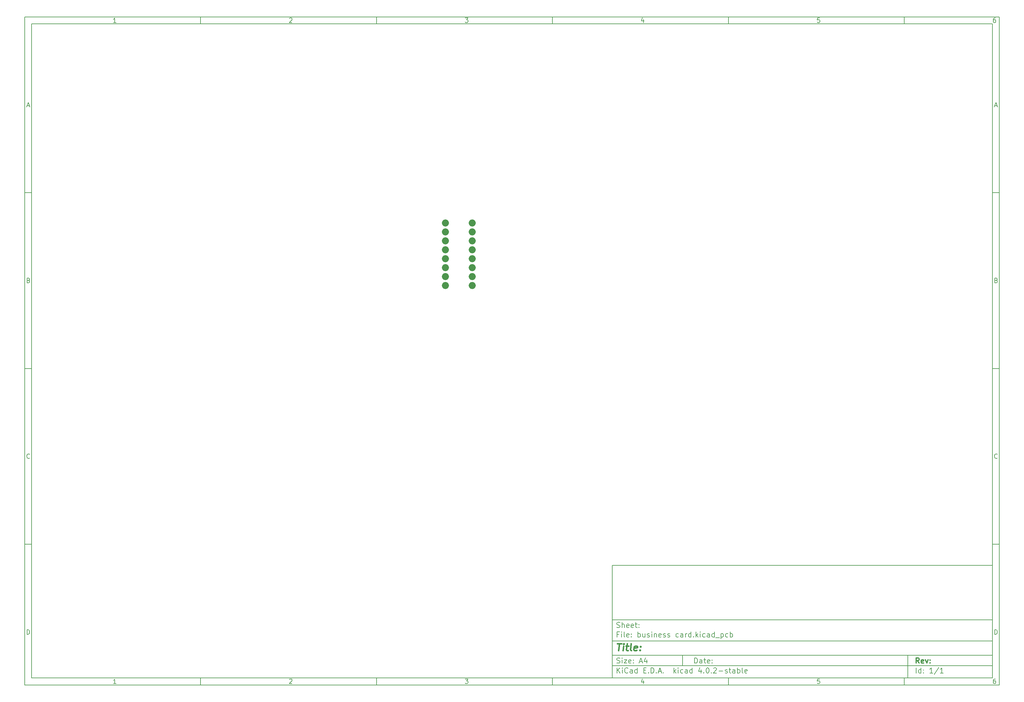
<source format=gbr>
G04 #@! TF.FileFunction,Soldermask,Top*
%FSLAX46Y46*%
G04 Gerber Fmt 4.6, Leading zero omitted, Abs format (unit mm)*
G04 Created by KiCad (PCBNEW 4.0.2-stable) date Sunday, October 30, 2016 'PMt' 03:56:09 PM*
%MOMM*%
G01*
G04 APERTURE LIST*
%ADD10C,0.100000*%
%ADD11C,0.150000*%
%ADD12C,0.300000*%
%ADD13C,0.400000*%
%ADD14O,2.000000X2.000000*%
G04 APERTURE END LIST*
D10*
D11*
X177002200Y-166007200D02*
X177002200Y-198007200D01*
X285002200Y-198007200D01*
X285002200Y-166007200D01*
X177002200Y-166007200D01*
D10*
D11*
X10000000Y-10000000D02*
X10000000Y-200007200D01*
X287002200Y-200007200D01*
X287002200Y-10000000D01*
X10000000Y-10000000D01*
D10*
D11*
X12000000Y-12000000D02*
X12000000Y-198007200D01*
X285002200Y-198007200D01*
X285002200Y-12000000D01*
X12000000Y-12000000D01*
D10*
D11*
X60000000Y-12000000D02*
X60000000Y-10000000D01*
D10*
D11*
X110000000Y-12000000D02*
X110000000Y-10000000D01*
D10*
D11*
X160000000Y-12000000D02*
X160000000Y-10000000D01*
D10*
D11*
X210000000Y-12000000D02*
X210000000Y-10000000D01*
D10*
D11*
X260000000Y-12000000D02*
X260000000Y-10000000D01*
D10*
D11*
X35990476Y-11588095D02*
X35247619Y-11588095D01*
X35619048Y-11588095D02*
X35619048Y-10288095D01*
X35495238Y-10473810D01*
X35371429Y-10597619D01*
X35247619Y-10659524D01*
D10*
D11*
X85247619Y-10411905D02*
X85309524Y-10350000D01*
X85433333Y-10288095D01*
X85742857Y-10288095D01*
X85866667Y-10350000D01*
X85928571Y-10411905D01*
X85990476Y-10535714D01*
X85990476Y-10659524D01*
X85928571Y-10845238D01*
X85185714Y-11588095D01*
X85990476Y-11588095D01*
D10*
D11*
X135185714Y-10288095D02*
X135990476Y-10288095D01*
X135557143Y-10783333D01*
X135742857Y-10783333D01*
X135866667Y-10845238D01*
X135928571Y-10907143D01*
X135990476Y-11030952D01*
X135990476Y-11340476D01*
X135928571Y-11464286D01*
X135866667Y-11526190D01*
X135742857Y-11588095D01*
X135371429Y-11588095D01*
X135247619Y-11526190D01*
X135185714Y-11464286D01*
D10*
D11*
X185866667Y-10721429D02*
X185866667Y-11588095D01*
X185557143Y-10226190D02*
X185247619Y-11154762D01*
X186052381Y-11154762D01*
D10*
D11*
X235928571Y-10288095D02*
X235309524Y-10288095D01*
X235247619Y-10907143D01*
X235309524Y-10845238D01*
X235433333Y-10783333D01*
X235742857Y-10783333D01*
X235866667Y-10845238D01*
X235928571Y-10907143D01*
X235990476Y-11030952D01*
X235990476Y-11340476D01*
X235928571Y-11464286D01*
X235866667Y-11526190D01*
X235742857Y-11588095D01*
X235433333Y-11588095D01*
X235309524Y-11526190D01*
X235247619Y-11464286D01*
D10*
D11*
X285866667Y-10288095D02*
X285619048Y-10288095D01*
X285495238Y-10350000D01*
X285433333Y-10411905D01*
X285309524Y-10597619D01*
X285247619Y-10845238D01*
X285247619Y-11340476D01*
X285309524Y-11464286D01*
X285371429Y-11526190D01*
X285495238Y-11588095D01*
X285742857Y-11588095D01*
X285866667Y-11526190D01*
X285928571Y-11464286D01*
X285990476Y-11340476D01*
X285990476Y-11030952D01*
X285928571Y-10907143D01*
X285866667Y-10845238D01*
X285742857Y-10783333D01*
X285495238Y-10783333D01*
X285371429Y-10845238D01*
X285309524Y-10907143D01*
X285247619Y-11030952D01*
D10*
D11*
X60000000Y-198007200D02*
X60000000Y-200007200D01*
D10*
D11*
X110000000Y-198007200D02*
X110000000Y-200007200D01*
D10*
D11*
X160000000Y-198007200D02*
X160000000Y-200007200D01*
D10*
D11*
X210000000Y-198007200D02*
X210000000Y-200007200D01*
D10*
D11*
X260000000Y-198007200D02*
X260000000Y-200007200D01*
D10*
D11*
X35990476Y-199595295D02*
X35247619Y-199595295D01*
X35619048Y-199595295D02*
X35619048Y-198295295D01*
X35495238Y-198481010D01*
X35371429Y-198604819D01*
X35247619Y-198666724D01*
D10*
D11*
X85247619Y-198419105D02*
X85309524Y-198357200D01*
X85433333Y-198295295D01*
X85742857Y-198295295D01*
X85866667Y-198357200D01*
X85928571Y-198419105D01*
X85990476Y-198542914D01*
X85990476Y-198666724D01*
X85928571Y-198852438D01*
X85185714Y-199595295D01*
X85990476Y-199595295D01*
D10*
D11*
X135185714Y-198295295D02*
X135990476Y-198295295D01*
X135557143Y-198790533D01*
X135742857Y-198790533D01*
X135866667Y-198852438D01*
X135928571Y-198914343D01*
X135990476Y-199038152D01*
X135990476Y-199347676D01*
X135928571Y-199471486D01*
X135866667Y-199533390D01*
X135742857Y-199595295D01*
X135371429Y-199595295D01*
X135247619Y-199533390D01*
X135185714Y-199471486D01*
D10*
D11*
X185866667Y-198728629D02*
X185866667Y-199595295D01*
X185557143Y-198233390D02*
X185247619Y-199161962D01*
X186052381Y-199161962D01*
D10*
D11*
X235928571Y-198295295D02*
X235309524Y-198295295D01*
X235247619Y-198914343D01*
X235309524Y-198852438D01*
X235433333Y-198790533D01*
X235742857Y-198790533D01*
X235866667Y-198852438D01*
X235928571Y-198914343D01*
X235990476Y-199038152D01*
X235990476Y-199347676D01*
X235928571Y-199471486D01*
X235866667Y-199533390D01*
X235742857Y-199595295D01*
X235433333Y-199595295D01*
X235309524Y-199533390D01*
X235247619Y-199471486D01*
D10*
D11*
X285866667Y-198295295D02*
X285619048Y-198295295D01*
X285495238Y-198357200D01*
X285433333Y-198419105D01*
X285309524Y-198604819D01*
X285247619Y-198852438D01*
X285247619Y-199347676D01*
X285309524Y-199471486D01*
X285371429Y-199533390D01*
X285495238Y-199595295D01*
X285742857Y-199595295D01*
X285866667Y-199533390D01*
X285928571Y-199471486D01*
X285990476Y-199347676D01*
X285990476Y-199038152D01*
X285928571Y-198914343D01*
X285866667Y-198852438D01*
X285742857Y-198790533D01*
X285495238Y-198790533D01*
X285371429Y-198852438D01*
X285309524Y-198914343D01*
X285247619Y-199038152D01*
D10*
D11*
X10000000Y-60000000D02*
X12000000Y-60000000D01*
D10*
D11*
X10000000Y-110000000D02*
X12000000Y-110000000D01*
D10*
D11*
X10000000Y-160000000D02*
X12000000Y-160000000D01*
D10*
D11*
X10690476Y-35216667D02*
X11309524Y-35216667D01*
X10566667Y-35588095D02*
X11000000Y-34288095D01*
X11433333Y-35588095D01*
D10*
D11*
X11092857Y-84907143D02*
X11278571Y-84969048D01*
X11340476Y-85030952D01*
X11402381Y-85154762D01*
X11402381Y-85340476D01*
X11340476Y-85464286D01*
X11278571Y-85526190D01*
X11154762Y-85588095D01*
X10659524Y-85588095D01*
X10659524Y-84288095D01*
X11092857Y-84288095D01*
X11216667Y-84350000D01*
X11278571Y-84411905D01*
X11340476Y-84535714D01*
X11340476Y-84659524D01*
X11278571Y-84783333D01*
X11216667Y-84845238D01*
X11092857Y-84907143D01*
X10659524Y-84907143D01*
D10*
D11*
X11402381Y-135464286D02*
X11340476Y-135526190D01*
X11154762Y-135588095D01*
X11030952Y-135588095D01*
X10845238Y-135526190D01*
X10721429Y-135402381D01*
X10659524Y-135278571D01*
X10597619Y-135030952D01*
X10597619Y-134845238D01*
X10659524Y-134597619D01*
X10721429Y-134473810D01*
X10845238Y-134350000D01*
X11030952Y-134288095D01*
X11154762Y-134288095D01*
X11340476Y-134350000D01*
X11402381Y-134411905D01*
D10*
D11*
X10659524Y-185588095D02*
X10659524Y-184288095D01*
X10969048Y-184288095D01*
X11154762Y-184350000D01*
X11278571Y-184473810D01*
X11340476Y-184597619D01*
X11402381Y-184845238D01*
X11402381Y-185030952D01*
X11340476Y-185278571D01*
X11278571Y-185402381D01*
X11154762Y-185526190D01*
X10969048Y-185588095D01*
X10659524Y-185588095D01*
D10*
D11*
X287002200Y-60000000D02*
X285002200Y-60000000D01*
D10*
D11*
X287002200Y-110000000D02*
X285002200Y-110000000D01*
D10*
D11*
X287002200Y-160000000D02*
X285002200Y-160000000D01*
D10*
D11*
X285692676Y-35216667D02*
X286311724Y-35216667D01*
X285568867Y-35588095D02*
X286002200Y-34288095D01*
X286435533Y-35588095D01*
D10*
D11*
X286095057Y-84907143D02*
X286280771Y-84969048D01*
X286342676Y-85030952D01*
X286404581Y-85154762D01*
X286404581Y-85340476D01*
X286342676Y-85464286D01*
X286280771Y-85526190D01*
X286156962Y-85588095D01*
X285661724Y-85588095D01*
X285661724Y-84288095D01*
X286095057Y-84288095D01*
X286218867Y-84350000D01*
X286280771Y-84411905D01*
X286342676Y-84535714D01*
X286342676Y-84659524D01*
X286280771Y-84783333D01*
X286218867Y-84845238D01*
X286095057Y-84907143D01*
X285661724Y-84907143D01*
D10*
D11*
X286404581Y-135464286D02*
X286342676Y-135526190D01*
X286156962Y-135588095D01*
X286033152Y-135588095D01*
X285847438Y-135526190D01*
X285723629Y-135402381D01*
X285661724Y-135278571D01*
X285599819Y-135030952D01*
X285599819Y-134845238D01*
X285661724Y-134597619D01*
X285723629Y-134473810D01*
X285847438Y-134350000D01*
X286033152Y-134288095D01*
X286156962Y-134288095D01*
X286342676Y-134350000D01*
X286404581Y-134411905D01*
D10*
D11*
X285661724Y-185588095D02*
X285661724Y-184288095D01*
X285971248Y-184288095D01*
X286156962Y-184350000D01*
X286280771Y-184473810D01*
X286342676Y-184597619D01*
X286404581Y-184845238D01*
X286404581Y-185030952D01*
X286342676Y-185278571D01*
X286280771Y-185402381D01*
X286156962Y-185526190D01*
X285971248Y-185588095D01*
X285661724Y-185588095D01*
D10*
D11*
X200359343Y-193785771D02*
X200359343Y-192285771D01*
X200716486Y-192285771D01*
X200930771Y-192357200D01*
X201073629Y-192500057D01*
X201145057Y-192642914D01*
X201216486Y-192928629D01*
X201216486Y-193142914D01*
X201145057Y-193428629D01*
X201073629Y-193571486D01*
X200930771Y-193714343D01*
X200716486Y-193785771D01*
X200359343Y-193785771D01*
X202502200Y-193785771D02*
X202502200Y-193000057D01*
X202430771Y-192857200D01*
X202287914Y-192785771D01*
X202002200Y-192785771D01*
X201859343Y-192857200D01*
X202502200Y-193714343D02*
X202359343Y-193785771D01*
X202002200Y-193785771D01*
X201859343Y-193714343D01*
X201787914Y-193571486D01*
X201787914Y-193428629D01*
X201859343Y-193285771D01*
X202002200Y-193214343D01*
X202359343Y-193214343D01*
X202502200Y-193142914D01*
X203002200Y-192785771D02*
X203573629Y-192785771D01*
X203216486Y-192285771D02*
X203216486Y-193571486D01*
X203287914Y-193714343D01*
X203430772Y-193785771D01*
X203573629Y-193785771D01*
X204645057Y-193714343D02*
X204502200Y-193785771D01*
X204216486Y-193785771D01*
X204073629Y-193714343D01*
X204002200Y-193571486D01*
X204002200Y-193000057D01*
X204073629Y-192857200D01*
X204216486Y-192785771D01*
X204502200Y-192785771D01*
X204645057Y-192857200D01*
X204716486Y-193000057D01*
X204716486Y-193142914D01*
X204002200Y-193285771D01*
X205359343Y-193642914D02*
X205430771Y-193714343D01*
X205359343Y-193785771D01*
X205287914Y-193714343D01*
X205359343Y-193642914D01*
X205359343Y-193785771D01*
X205359343Y-192857200D02*
X205430771Y-192928629D01*
X205359343Y-193000057D01*
X205287914Y-192928629D01*
X205359343Y-192857200D01*
X205359343Y-193000057D01*
D10*
D11*
X177002200Y-194507200D02*
X285002200Y-194507200D01*
D10*
D11*
X178359343Y-196585771D02*
X178359343Y-195085771D01*
X179216486Y-196585771D02*
X178573629Y-195728629D01*
X179216486Y-195085771D02*
X178359343Y-195942914D01*
X179859343Y-196585771D02*
X179859343Y-195585771D01*
X179859343Y-195085771D02*
X179787914Y-195157200D01*
X179859343Y-195228629D01*
X179930771Y-195157200D01*
X179859343Y-195085771D01*
X179859343Y-195228629D01*
X181430772Y-196442914D02*
X181359343Y-196514343D01*
X181145057Y-196585771D01*
X181002200Y-196585771D01*
X180787915Y-196514343D01*
X180645057Y-196371486D01*
X180573629Y-196228629D01*
X180502200Y-195942914D01*
X180502200Y-195728629D01*
X180573629Y-195442914D01*
X180645057Y-195300057D01*
X180787915Y-195157200D01*
X181002200Y-195085771D01*
X181145057Y-195085771D01*
X181359343Y-195157200D01*
X181430772Y-195228629D01*
X182716486Y-196585771D02*
X182716486Y-195800057D01*
X182645057Y-195657200D01*
X182502200Y-195585771D01*
X182216486Y-195585771D01*
X182073629Y-195657200D01*
X182716486Y-196514343D02*
X182573629Y-196585771D01*
X182216486Y-196585771D01*
X182073629Y-196514343D01*
X182002200Y-196371486D01*
X182002200Y-196228629D01*
X182073629Y-196085771D01*
X182216486Y-196014343D01*
X182573629Y-196014343D01*
X182716486Y-195942914D01*
X184073629Y-196585771D02*
X184073629Y-195085771D01*
X184073629Y-196514343D02*
X183930772Y-196585771D01*
X183645058Y-196585771D01*
X183502200Y-196514343D01*
X183430772Y-196442914D01*
X183359343Y-196300057D01*
X183359343Y-195871486D01*
X183430772Y-195728629D01*
X183502200Y-195657200D01*
X183645058Y-195585771D01*
X183930772Y-195585771D01*
X184073629Y-195657200D01*
X185930772Y-195800057D02*
X186430772Y-195800057D01*
X186645058Y-196585771D02*
X185930772Y-196585771D01*
X185930772Y-195085771D01*
X186645058Y-195085771D01*
X187287915Y-196442914D02*
X187359343Y-196514343D01*
X187287915Y-196585771D01*
X187216486Y-196514343D01*
X187287915Y-196442914D01*
X187287915Y-196585771D01*
X188002201Y-196585771D02*
X188002201Y-195085771D01*
X188359344Y-195085771D01*
X188573629Y-195157200D01*
X188716487Y-195300057D01*
X188787915Y-195442914D01*
X188859344Y-195728629D01*
X188859344Y-195942914D01*
X188787915Y-196228629D01*
X188716487Y-196371486D01*
X188573629Y-196514343D01*
X188359344Y-196585771D01*
X188002201Y-196585771D01*
X189502201Y-196442914D02*
X189573629Y-196514343D01*
X189502201Y-196585771D01*
X189430772Y-196514343D01*
X189502201Y-196442914D01*
X189502201Y-196585771D01*
X190145058Y-196157200D02*
X190859344Y-196157200D01*
X190002201Y-196585771D02*
X190502201Y-195085771D01*
X191002201Y-196585771D01*
X191502201Y-196442914D02*
X191573629Y-196514343D01*
X191502201Y-196585771D01*
X191430772Y-196514343D01*
X191502201Y-196442914D01*
X191502201Y-196585771D01*
X194502201Y-196585771D02*
X194502201Y-195085771D01*
X194645058Y-196014343D02*
X195073629Y-196585771D01*
X195073629Y-195585771D02*
X194502201Y-196157200D01*
X195716487Y-196585771D02*
X195716487Y-195585771D01*
X195716487Y-195085771D02*
X195645058Y-195157200D01*
X195716487Y-195228629D01*
X195787915Y-195157200D01*
X195716487Y-195085771D01*
X195716487Y-195228629D01*
X197073630Y-196514343D02*
X196930773Y-196585771D01*
X196645059Y-196585771D01*
X196502201Y-196514343D01*
X196430773Y-196442914D01*
X196359344Y-196300057D01*
X196359344Y-195871486D01*
X196430773Y-195728629D01*
X196502201Y-195657200D01*
X196645059Y-195585771D01*
X196930773Y-195585771D01*
X197073630Y-195657200D01*
X198359344Y-196585771D02*
X198359344Y-195800057D01*
X198287915Y-195657200D01*
X198145058Y-195585771D01*
X197859344Y-195585771D01*
X197716487Y-195657200D01*
X198359344Y-196514343D02*
X198216487Y-196585771D01*
X197859344Y-196585771D01*
X197716487Y-196514343D01*
X197645058Y-196371486D01*
X197645058Y-196228629D01*
X197716487Y-196085771D01*
X197859344Y-196014343D01*
X198216487Y-196014343D01*
X198359344Y-195942914D01*
X199716487Y-196585771D02*
X199716487Y-195085771D01*
X199716487Y-196514343D02*
X199573630Y-196585771D01*
X199287916Y-196585771D01*
X199145058Y-196514343D01*
X199073630Y-196442914D01*
X199002201Y-196300057D01*
X199002201Y-195871486D01*
X199073630Y-195728629D01*
X199145058Y-195657200D01*
X199287916Y-195585771D01*
X199573630Y-195585771D01*
X199716487Y-195657200D01*
X202216487Y-195585771D02*
X202216487Y-196585771D01*
X201859344Y-195014343D02*
X201502201Y-196085771D01*
X202430773Y-196085771D01*
X203002201Y-196442914D02*
X203073629Y-196514343D01*
X203002201Y-196585771D01*
X202930772Y-196514343D01*
X203002201Y-196442914D01*
X203002201Y-196585771D01*
X204002201Y-195085771D02*
X204145058Y-195085771D01*
X204287915Y-195157200D01*
X204359344Y-195228629D01*
X204430773Y-195371486D01*
X204502201Y-195657200D01*
X204502201Y-196014343D01*
X204430773Y-196300057D01*
X204359344Y-196442914D01*
X204287915Y-196514343D01*
X204145058Y-196585771D01*
X204002201Y-196585771D01*
X203859344Y-196514343D01*
X203787915Y-196442914D01*
X203716487Y-196300057D01*
X203645058Y-196014343D01*
X203645058Y-195657200D01*
X203716487Y-195371486D01*
X203787915Y-195228629D01*
X203859344Y-195157200D01*
X204002201Y-195085771D01*
X205145058Y-196442914D02*
X205216486Y-196514343D01*
X205145058Y-196585771D01*
X205073629Y-196514343D01*
X205145058Y-196442914D01*
X205145058Y-196585771D01*
X205787915Y-195228629D02*
X205859344Y-195157200D01*
X206002201Y-195085771D01*
X206359344Y-195085771D01*
X206502201Y-195157200D01*
X206573630Y-195228629D01*
X206645058Y-195371486D01*
X206645058Y-195514343D01*
X206573630Y-195728629D01*
X205716487Y-196585771D01*
X206645058Y-196585771D01*
X207287915Y-196014343D02*
X208430772Y-196014343D01*
X209073629Y-196514343D02*
X209216486Y-196585771D01*
X209502201Y-196585771D01*
X209645058Y-196514343D01*
X209716486Y-196371486D01*
X209716486Y-196300057D01*
X209645058Y-196157200D01*
X209502201Y-196085771D01*
X209287915Y-196085771D01*
X209145058Y-196014343D01*
X209073629Y-195871486D01*
X209073629Y-195800057D01*
X209145058Y-195657200D01*
X209287915Y-195585771D01*
X209502201Y-195585771D01*
X209645058Y-195657200D01*
X210145058Y-195585771D02*
X210716487Y-195585771D01*
X210359344Y-195085771D02*
X210359344Y-196371486D01*
X210430772Y-196514343D01*
X210573630Y-196585771D01*
X210716487Y-196585771D01*
X211859344Y-196585771D02*
X211859344Y-195800057D01*
X211787915Y-195657200D01*
X211645058Y-195585771D01*
X211359344Y-195585771D01*
X211216487Y-195657200D01*
X211859344Y-196514343D02*
X211716487Y-196585771D01*
X211359344Y-196585771D01*
X211216487Y-196514343D01*
X211145058Y-196371486D01*
X211145058Y-196228629D01*
X211216487Y-196085771D01*
X211359344Y-196014343D01*
X211716487Y-196014343D01*
X211859344Y-195942914D01*
X212573630Y-196585771D02*
X212573630Y-195085771D01*
X212573630Y-195657200D02*
X212716487Y-195585771D01*
X213002201Y-195585771D01*
X213145058Y-195657200D01*
X213216487Y-195728629D01*
X213287916Y-195871486D01*
X213287916Y-196300057D01*
X213216487Y-196442914D01*
X213145058Y-196514343D01*
X213002201Y-196585771D01*
X212716487Y-196585771D01*
X212573630Y-196514343D01*
X214145059Y-196585771D02*
X214002201Y-196514343D01*
X213930773Y-196371486D01*
X213930773Y-195085771D01*
X215287915Y-196514343D02*
X215145058Y-196585771D01*
X214859344Y-196585771D01*
X214716487Y-196514343D01*
X214645058Y-196371486D01*
X214645058Y-195800057D01*
X214716487Y-195657200D01*
X214859344Y-195585771D01*
X215145058Y-195585771D01*
X215287915Y-195657200D01*
X215359344Y-195800057D01*
X215359344Y-195942914D01*
X214645058Y-196085771D01*
D10*
D11*
X177002200Y-191507200D02*
X285002200Y-191507200D01*
D10*
D12*
X264216486Y-193785771D02*
X263716486Y-193071486D01*
X263359343Y-193785771D02*
X263359343Y-192285771D01*
X263930771Y-192285771D01*
X264073629Y-192357200D01*
X264145057Y-192428629D01*
X264216486Y-192571486D01*
X264216486Y-192785771D01*
X264145057Y-192928629D01*
X264073629Y-193000057D01*
X263930771Y-193071486D01*
X263359343Y-193071486D01*
X265430771Y-193714343D02*
X265287914Y-193785771D01*
X265002200Y-193785771D01*
X264859343Y-193714343D01*
X264787914Y-193571486D01*
X264787914Y-193000057D01*
X264859343Y-192857200D01*
X265002200Y-192785771D01*
X265287914Y-192785771D01*
X265430771Y-192857200D01*
X265502200Y-193000057D01*
X265502200Y-193142914D01*
X264787914Y-193285771D01*
X266002200Y-192785771D02*
X266359343Y-193785771D01*
X266716485Y-192785771D01*
X267287914Y-193642914D02*
X267359342Y-193714343D01*
X267287914Y-193785771D01*
X267216485Y-193714343D01*
X267287914Y-193642914D01*
X267287914Y-193785771D01*
X267287914Y-192857200D02*
X267359342Y-192928629D01*
X267287914Y-193000057D01*
X267216485Y-192928629D01*
X267287914Y-192857200D01*
X267287914Y-193000057D01*
D10*
D11*
X178287914Y-193714343D02*
X178502200Y-193785771D01*
X178859343Y-193785771D01*
X179002200Y-193714343D01*
X179073629Y-193642914D01*
X179145057Y-193500057D01*
X179145057Y-193357200D01*
X179073629Y-193214343D01*
X179002200Y-193142914D01*
X178859343Y-193071486D01*
X178573629Y-193000057D01*
X178430771Y-192928629D01*
X178359343Y-192857200D01*
X178287914Y-192714343D01*
X178287914Y-192571486D01*
X178359343Y-192428629D01*
X178430771Y-192357200D01*
X178573629Y-192285771D01*
X178930771Y-192285771D01*
X179145057Y-192357200D01*
X179787914Y-193785771D02*
X179787914Y-192785771D01*
X179787914Y-192285771D02*
X179716485Y-192357200D01*
X179787914Y-192428629D01*
X179859342Y-192357200D01*
X179787914Y-192285771D01*
X179787914Y-192428629D01*
X180359343Y-192785771D02*
X181145057Y-192785771D01*
X180359343Y-193785771D01*
X181145057Y-193785771D01*
X182287914Y-193714343D02*
X182145057Y-193785771D01*
X181859343Y-193785771D01*
X181716486Y-193714343D01*
X181645057Y-193571486D01*
X181645057Y-193000057D01*
X181716486Y-192857200D01*
X181859343Y-192785771D01*
X182145057Y-192785771D01*
X182287914Y-192857200D01*
X182359343Y-193000057D01*
X182359343Y-193142914D01*
X181645057Y-193285771D01*
X183002200Y-193642914D02*
X183073628Y-193714343D01*
X183002200Y-193785771D01*
X182930771Y-193714343D01*
X183002200Y-193642914D01*
X183002200Y-193785771D01*
X183002200Y-192857200D02*
X183073628Y-192928629D01*
X183002200Y-193000057D01*
X182930771Y-192928629D01*
X183002200Y-192857200D01*
X183002200Y-193000057D01*
X184787914Y-193357200D02*
X185502200Y-193357200D01*
X184645057Y-193785771D02*
X185145057Y-192285771D01*
X185645057Y-193785771D01*
X186787914Y-192785771D02*
X186787914Y-193785771D01*
X186430771Y-192214343D02*
X186073628Y-193285771D01*
X187002200Y-193285771D01*
D10*
D11*
X263359343Y-196585771D02*
X263359343Y-195085771D01*
X264716486Y-196585771D02*
X264716486Y-195085771D01*
X264716486Y-196514343D02*
X264573629Y-196585771D01*
X264287915Y-196585771D01*
X264145057Y-196514343D01*
X264073629Y-196442914D01*
X264002200Y-196300057D01*
X264002200Y-195871486D01*
X264073629Y-195728629D01*
X264145057Y-195657200D01*
X264287915Y-195585771D01*
X264573629Y-195585771D01*
X264716486Y-195657200D01*
X265430772Y-196442914D02*
X265502200Y-196514343D01*
X265430772Y-196585771D01*
X265359343Y-196514343D01*
X265430772Y-196442914D01*
X265430772Y-196585771D01*
X265430772Y-195657200D02*
X265502200Y-195728629D01*
X265430772Y-195800057D01*
X265359343Y-195728629D01*
X265430772Y-195657200D01*
X265430772Y-195800057D01*
X268073629Y-196585771D02*
X267216486Y-196585771D01*
X267645058Y-196585771D02*
X267645058Y-195085771D01*
X267502201Y-195300057D01*
X267359343Y-195442914D01*
X267216486Y-195514343D01*
X269787914Y-195014343D02*
X268502200Y-196942914D01*
X271073629Y-196585771D02*
X270216486Y-196585771D01*
X270645058Y-196585771D02*
X270645058Y-195085771D01*
X270502201Y-195300057D01*
X270359343Y-195442914D01*
X270216486Y-195514343D01*
D10*
D11*
X177002200Y-187507200D02*
X285002200Y-187507200D01*
D10*
D13*
X178454581Y-188211962D02*
X179597438Y-188211962D01*
X178776010Y-190211962D02*
X179026010Y-188211962D01*
X180014105Y-190211962D02*
X180180771Y-188878629D01*
X180264105Y-188211962D02*
X180156962Y-188307200D01*
X180240295Y-188402438D01*
X180347439Y-188307200D01*
X180264105Y-188211962D01*
X180240295Y-188402438D01*
X180847438Y-188878629D02*
X181609343Y-188878629D01*
X181216486Y-188211962D02*
X181002200Y-189926248D01*
X181073630Y-190116724D01*
X181252201Y-190211962D01*
X181442677Y-190211962D01*
X182395058Y-190211962D02*
X182216487Y-190116724D01*
X182145057Y-189926248D01*
X182359343Y-188211962D01*
X183930772Y-190116724D02*
X183728391Y-190211962D01*
X183347439Y-190211962D01*
X183168867Y-190116724D01*
X183097438Y-189926248D01*
X183192676Y-189164343D01*
X183311724Y-188973867D01*
X183514105Y-188878629D01*
X183895057Y-188878629D01*
X184073629Y-188973867D01*
X184145057Y-189164343D01*
X184121248Y-189354819D01*
X183145057Y-189545295D01*
X184895057Y-190021486D02*
X184978392Y-190116724D01*
X184871248Y-190211962D01*
X184787915Y-190116724D01*
X184895057Y-190021486D01*
X184871248Y-190211962D01*
X185026010Y-188973867D02*
X185109344Y-189069105D01*
X185002200Y-189164343D01*
X184918867Y-189069105D01*
X185026010Y-188973867D01*
X185002200Y-189164343D01*
D10*
D11*
X178859343Y-185600057D02*
X178359343Y-185600057D01*
X178359343Y-186385771D02*
X178359343Y-184885771D01*
X179073629Y-184885771D01*
X179645057Y-186385771D02*
X179645057Y-185385771D01*
X179645057Y-184885771D02*
X179573628Y-184957200D01*
X179645057Y-185028629D01*
X179716485Y-184957200D01*
X179645057Y-184885771D01*
X179645057Y-185028629D01*
X180573629Y-186385771D02*
X180430771Y-186314343D01*
X180359343Y-186171486D01*
X180359343Y-184885771D01*
X181716485Y-186314343D02*
X181573628Y-186385771D01*
X181287914Y-186385771D01*
X181145057Y-186314343D01*
X181073628Y-186171486D01*
X181073628Y-185600057D01*
X181145057Y-185457200D01*
X181287914Y-185385771D01*
X181573628Y-185385771D01*
X181716485Y-185457200D01*
X181787914Y-185600057D01*
X181787914Y-185742914D01*
X181073628Y-185885771D01*
X182430771Y-186242914D02*
X182502199Y-186314343D01*
X182430771Y-186385771D01*
X182359342Y-186314343D01*
X182430771Y-186242914D01*
X182430771Y-186385771D01*
X182430771Y-185457200D02*
X182502199Y-185528629D01*
X182430771Y-185600057D01*
X182359342Y-185528629D01*
X182430771Y-185457200D01*
X182430771Y-185600057D01*
X184287914Y-186385771D02*
X184287914Y-184885771D01*
X184287914Y-185457200D02*
X184430771Y-185385771D01*
X184716485Y-185385771D01*
X184859342Y-185457200D01*
X184930771Y-185528629D01*
X185002200Y-185671486D01*
X185002200Y-186100057D01*
X184930771Y-186242914D01*
X184859342Y-186314343D01*
X184716485Y-186385771D01*
X184430771Y-186385771D01*
X184287914Y-186314343D01*
X186287914Y-185385771D02*
X186287914Y-186385771D01*
X185645057Y-185385771D02*
X185645057Y-186171486D01*
X185716485Y-186314343D01*
X185859343Y-186385771D01*
X186073628Y-186385771D01*
X186216485Y-186314343D01*
X186287914Y-186242914D01*
X186930771Y-186314343D02*
X187073628Y-186385771D01*
X187359343Y-186385771D01*
X187502200Y-186314343D01*
X187573628Y-186171486D01*
X187573628Y-186100057D01*
X187502200Y-185957200D01*
X187359343Y-185885771D01*
X187145057Y-185885771D01*
X187002200Y-185814343D01*
X186930771Y-185671486D01*
X186930771Y-185600057D01*
X187002200Y-185457200D01*
X187145057Y-185385771D01*
X187359343Y-185385771D01*
X187502200Y-185457200D01*
X188216486Y-186385771D02*
X188216486Y-185385771D01*
X188216486Y-184885771D02*
X188145057Y-184957200D01*
X188216486Y-185028629D01*
X188287914Y-184957200D01*
X188216486Y-184885771D01*
X188216486Y-185028629D01*
X188930772Y-185385771D02*
X188930772Y-186385771D01*
X188930772Y-185528629D02*
X189002200Y-185457200D01*
X189145058Y-185385771D01*
X189359343Y-185385771D01*
X189502200Y-185457200D01*
X189573629Y-185600057D01*
X189573629Y-186385771D01*
X190859343Y-186314343D02*
X190716486Y-186385771D01*
X190430772Y-186385771D01*
X190287915Y-186314343D01*
X190216486Y-186171486D01*
X190216486Y-185600057D01*
X190287915Y-185457200D01*
X190430772Y-185385771D01*
X190716486Y-185385771D01*
X190859343Y-185457200D01*
X190930772Y-185600057D01*
X190930772Y-185742914D01*
X190216486Y-185885771D01*
X191502200Y-186314343D02*
X191645057Y-186385771D01*
X191930772Y-186385771D01*
X192073629Y-186314343D01*
X192145057Y-186171486D01*
X192145057Y-186100057D01*
X192073629Y-185957200D01*
X191930772Y-185885771D01*
X191716486Y-185885771D01*
X191573629Y-185814343D01*
X191502200Y-185671486D01*
X191502200Y-185600057D01*
X191573629Y-185457200D01*
X191716486Y-185385771D01*
X191930772Y-185385771D01*
X192073629Y-185457200D01*
X192716486Y-186314343D02*
X192859343Y-186385771D01*
X193145058Y-186385771D01*
X193287915Y-186314343D01*
X193359343Y-186171486D01*
X193359343Y-186100057D01*
X193287915Y-185957200D01*
X193145058Y-185885771D01*
X192930772Y-185885771D01*
X192787915Y-185814343D01*
X192716486Y-185671486D01*
X192716486Y-185600057D01*
X192787915Y-185457200D01*
X192930772Y-185385771D01*
X193145058Y-185385771D01*
X193287915Y-185457200D01*
X195787915Y-186314343D02*
X195645058Y-186385771D01*
X195359344Y-186385771D01*
X195216486Y-186314343D01*
X195145058Y-186242914D01*
X195073629Y-186100057D01*
X195073629Y-185671486D01*
X195145058Y-185528629D01*
X195216486Y-185457200D01*
X195359344Y-185385771D01*
X195645058Y-185385771D01*
X195787915Y-185457200D01*
X197073629Y-186385771D02*
X197073629Y-185600057D01*
X197002200Y-185457200D01*
X196859343Y-185385771D01*
X196573629Y-185385771D01*
X196430772Y-185457200D01*
X197073629Y-186314343D02*
X196930772Y-186385771D01*
X196573629Y-186385771D01*
X196430772Y-186314343D01*
X196359343Y-186171486D01*
X196359343Y-186028629D01*
X196430772Y-185885771D01*
X196573629Y-185814343D01*
X196930772Y-185814343D01*
X197073629Y-185742914D01*
X197787915Y-186385771D02*
X197787915Y-185385771D01*
X197787915Y-185671486D02*
X197859343Y-185528629D01*
X197930772Y-185457200D01*
X198073629Y-185385771D01*
X198216486Y-185385771D01*
X199359343Y-186385771D02*
X199359343Y-184885771D01*
X199359343Y-186314343D02*
X199216486Y-186385771D01*
X198930772Y-186385771D01*
X198787914Y-186314343D01*
X198716486Y-186242914D01*
X198645057Y-186100057D01*
X198645057Y-185671486D01*
X198716486Y-185528629D01*
X198787914Y-185457200D01*
X198930772Y-185385771D01*
X199216486Y-185385771D01*
X199359343Y-185457200D01*
X200073629Y-186242914D02*
X200145057Y-186314343D01*
X200073629Y-186385771D01*
X200002200Y-186314343D01*
X200073629Y-186242914D01*
X200073629Y-186385771D01*
X200787915Y-186385771D02*
X200787915Y-184885771D01*
X200930772Y-185814343D02*
X201359343Y-186385771D01*
X201359343Y-185385771D02*
X200787915Y-185957200D01*
X202002201Y-186385771D02*
X202002201Y-185385771D01*
X202002201Y-184885771D02*
X201930772Y-184957200D01*
X202002201Y-185028629D01*
X202073629Y-184957200D01*
X202002201Y-184885771D01*
X202002201Y-185028629D01*
X203359344Y-186314343D02*
X203216487Y-186385771D01*
X202930773Y-186385771D01*
X202787915Y-186314343D01*
X202716487Y-186242914D01*
X202645058Y-186100057D01*
X202645058Y-185671486D01*
X202716487Y-185528629D01*
X202787915Y-185457200D01*
X202930773Y-185385771D01*
X203216487Y-185385771D01*
X203359344Y-185457200D01*
X204645058Y-186385771D02*
X204645058Y-185600057D01*
X204573629Y-185457200D01*
X204430772Y-185385771D01*
X204145058Y-185385771D01*
X204002201Y-185457200D01*
X204645058Y-186314343D02*
X204502201Y-186385771D01*
X204145058Y-186385771D01*
X204002201Y-186314343D01*
X203930772Y-186171486D01*
X203930772Y-186028629D01*
X204002201Y-185885771D01*
X204145058Y-185814343D01*
X204502201Y-185814343D01*
X204645058Y-185742914D01*
X206002201Y-186385771D02*
X206002201Y-184885771D01*
X206002201Y-186314343D02*
X205859344Y-186385771D01*
X205573630Y-186385771D01*
X205430772Y-186314343D01*
X205359344Y-186242914D01*
X205287915Y-186100057D01*
X205287915Y-185671486D01*
X205359344Y-185528629D01*
X205430772Y-185457200D01*
X205573630Y-185385771D01*
X205859344Y-185385771D01*
X206002201Y-185457200D01*
X206359344Y-186528629D02*
X207502201Y-186528629D01*
X207859344Y-185385771D02*
X207859344Y-186885771D01*
X207859344Y-185457200D02*
X208002201Y-185385771D01*
X208287915Y-185385771D01*
X208430772Y-185457200D01*
X208502201Y-185528629D01*
X208573630Y-185671486D01*
X208573630Y-186100057D01*
X208502201Y-186242914D01*
X208430772Y-186314343D01*
X208287915Y-186385771D01*
X208002201Y-186385771D01*
X207859344Y-186314343D01*
X209859344Y-186314343D02*
X209716487Y-186385771D01*
X209430773Y-186385771D01*
X209287915Y-186314343D01*
X209216487Y-186242914D01*
X209145058Y-186100057D01*
X209145058Y-185671486D01*
X209216487Y-185528629D01*
X209287915Y-185457200D01*
X209430773Y-185385771D01*
X209716487Y-185385771D01*
X209859344Y-185457200D01*
X210502201Y-186385771D02*
X210502201Y-184885771D01*
X210502201Y-185457200D02*
X210645058Y-185385771D01*
X210930772Y-185385771D01*
X211073629Y-185457200D01*
X211145058Y-185528629D01*
X211216487Y-185671486D01*
X211216487Y-186100057D01*
X211145058Y-186242914D01*
X211073629Y-186314343D01*
X210930772Y-186385771D01*
X210645058Y-186385771D01*
X210502201Y-186314343D01*
D10*
D11*
X177002200Y-181507200D02*
X285002200Y-181507200D01*
D10*
D11*
X178287914Y-183614343D02*
X178502200Y-183685771D01*
X178859343Y-183685771D01*
X179002200Y-183614343D01*
X179073629Y-183542914D01*
X179145057Y-183400057D01*
X179145057Y-183257200D01*
X179073629Y-183114343D01*
X179002200Y-183042914D01*
X178859343Y-182971486D01*
X178573629Y-182900057D01*
X178430771Y-182828629D01*
X178359343Y-182757200D01*
X178287914Y-182614343D01*
X178287914Y-182471486D01*
X178359343Y-182328629D01*
X178430771Y-182257200D01*
X178573629Y-182185771D01*
X178930771Y-182185771D01*
X179145057Y-182257200D01*
X179787914Y-183685771D02*
X179787914Y-182185771D01*
X180430771Y-183685771D02*
X180430771Y-182900057D01*
X180359342Y-182757200D01*
X180216485Y-182685771D01*
X180002200Y-182685771D01*
X179859342Y-182757200D01*
X179787914Y-182828629D01*
X181716485Y-183614343D02*
X181573628Y-183685771D01*
X181287914Y-183685771D01*
X181145057Y-183614343D01*
X181073628Y-183471486D01*
X181073628Y-182900057D01*
X181145057Y-182757200D01*
X181287914Y-182685771D01*
X181573628Y-182685771D01*
X181716485Y-182757200D01*
X181787914Y-182900057D01*
X181787914Y-183042914D01*
X181073628Y-183185771D01*
X183002199Y-183614343D02*
X182859342Y-183685771D01*
X182573628Y-183685771D01*
X182430771Y-183614343D01*
X182359342Y-183471486D01*
X182359342Y-182900057D01*
X182430771Y-182757200D01*
X182573628Y-182685771D01*
X182859342Y-182685771D01*
X183002199Y-182757200D01*
X183073628Y-182900057D01*
X183073628Y-183042914D01*
X182359342Y-183185771D01*
X183502199Y-182685771D02*
X184073628Y-182685771D01*
X183716485Y-182185771D02*
X183716485Y-183471486D01*
X183787913Y-183614343D01*
X183930771Y-183685771D01*
X184073628Y-183685771D01*
X184573628Y-183542914D02*
X184645056Y-183614343D01*
X184573628Y-183685771D01*
X184502199Y-183614343D01*
X184573628Y-183542914D01*
X184573628Y-183685771D01*
X184573628Y-182757200D02*
X184645056Y-182828629D01*
X184573628Y-182900057D01*
X184502199Y-182828629D01*
X184573628Y-182757200D01*
X184573628Y-182900057D01*
D10*
D11*
X197002200Y-191507200D02*
X197002200Y-194507200D01*
D10*
D11*
X261002200Y-191507200D02*
X261002200Y-198007200D01*
D14*
X129540000Y-86360000D03*
X129540000Y-83820000D03*
X129540000Y-81280000D03*
X129540000Y-78740000D03*
X129540000Y-76200000D03*
X129540000Y-73660000D03*
X129540000Y-71120000D03*
X129540000Y-68580000D03*
X137160000Y-68580000D03*
X137160000Y-71120000D03*
X137160000Y-73660000D03*
X137160000Y-76200000D03*
X137160000Y-78740000D03*
X137160000Y-81280000D03*
X137160000Y-83820000D03*
X137160000Y-86360000D03*
M02*

</source>
